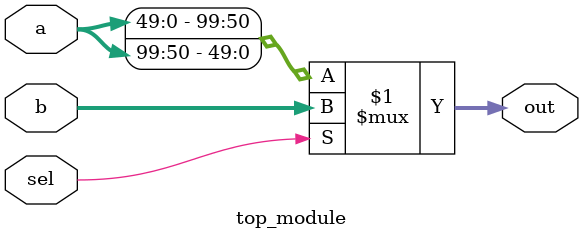
<source format=v>
module top_module (
	input [99:0] a,
	input [99:0] b,
	input sel,
	output [99:0] out
);

	assign out = sel ? b : {a[49:0], a[99:50]}; // Change: swapped the halves of a

endmodule

</source>
